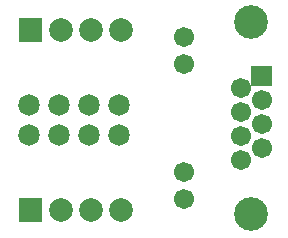
<source format=gts>
G04 Layer: TopSolderMaskLayer*
G04 EasyEDA v6.3.22, 2020-02-22T14:36:41+01:00*
G04 fca1b2bbbae341289ab7ee7fc42174b0,5bf1b712bda346c5934589caff60f8c7,10*
G04 Gerber Generator version 0.2*
G04 Scale: 100 percent, Rotated: No, Reflected: No *
G04 Dimensions in inches *
G04 leading zeros omitted , absolute positions ,2 integer and 4 decimal *
%FSLAX24Y24*%
%MOIN*%
G90*
G70D02*

%ADD25C,0.067000*%
%ADD27C,0.112000*%
%ADD28C,0.071937*%
%ADD30C,0.078866*%

%LPD*%
G54D25*
G01X7750Y2400D03*
G36*
G01X8115Y4865D02*
G01X8115Y5534D01*
G01X8785Y5534D01*
G01X8785Y4865D01*
G01X8115Y4865D01*
G37*
G01X8451Y3600D03*
G01X8451Y4400D03*
G01X7750Y4000D03*
G01X7750Y4800D03*
G01X8451Y2800D03*
G54D27*
G01X8101Y6990D03*
G01X8101Y609D03*
G54D25*
G01X7750Y3200D03*
G01X5852Y2001D03*
G01X5852Y1098D03*
G01X5852Y6501D03*
G01X5852Y5598D03*
G54D28*
G01X700Y3250D03*
G01X700Y4250D03*
G01X1700Y3250D03*
G01X1700Y4250D03*
G01X2700Y3250D03*
G01X2700Y4250D03*
G01X3700Y3250D03*
G01X3700Y4250D03*
G36*
G01X356Y355D02*
G01X356Y1144D01*
G01X1143Y1144D01*
G01X1143Y355D01*
G01X356Y355D01*
G37*
G54D30*
G01X1750Y750D03*
G01X2750Y750D03*
G01X3750Y750D03*
G36*
G01X356Y6355D02*
G01X356Y7144D01*
G01X1143Y7144D01*
G01X1143Y6355D01*
G01X356Y6355D01*
G37*
G01X1750Y6750D03*
G01X2750Y6750D03*
G01X3750Y6750D03*
M00*
M02*

</source>
